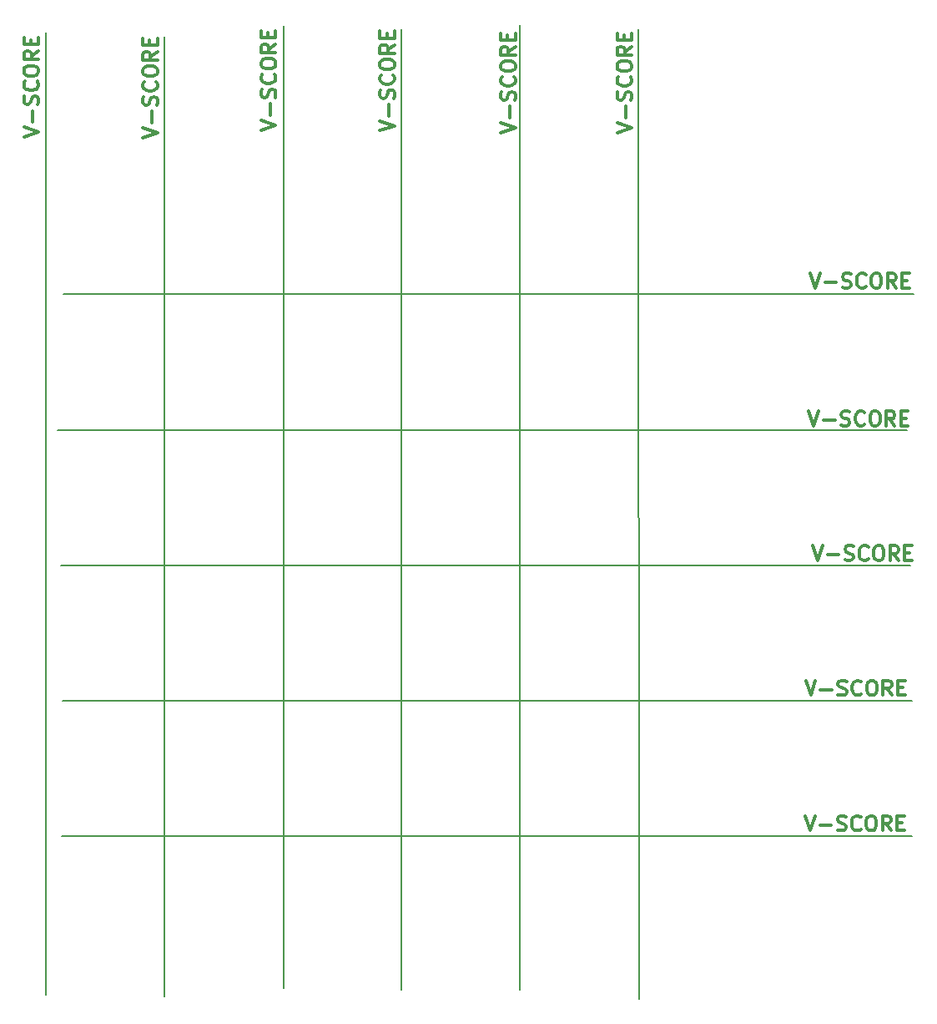
<source format=gbr>
G04 #@! TF.GenerationSoftware,KiCad,Pcbnew,5.0.2-bee76a0~70~ubuntu18.04.1*
G04 #@! TF.CreationDate,2019-05-10T19:14:11+02:00*
G04 #@! TF.ProjectId,spi_connector_board_micromatch_only_5x5_panel,7370695f-636f-46e6-9e65-63746f725f62,rev?*
G04 #@! TF.SameCoordinates,Original*
G04 #@! TF.FileFunction,Other,Comment*
%FSLAX46Y46*%
G04 Gerber Fmt 4.6, Leading zero omitted, Abs format (unit mm)*
G04 Created by KiCad (PCBNEW 5.0.2-bee76a0~70~ubuntu18.04.1) date Fr 10 Mai 2019 19:14:11 CEST*
%MOMM*%
%LPD*%
G01*
G04 APERTURE LIST*
%ADD10C,0.300000*%
%ADD11C,0.200000*%
G04 APERTURE END LIST*
D10*
X167104857Y-139767571D02*
X167604857Y-141267571D01*
X168104857Y-139767571D01*
X168604857Y-140696142D02*
X169747714Y-140696142D01*
X170390571Y-141196142D02*
X170604857Y-141267571D01*
X170962000Y-141267571D01*
X171104857Y-141196142D01*
X171176285Y-141124714D01*
X171247714Y-140981857D01*
X171247714Y-140839000D01*
X171176285Y-140696142D01*
X171104857Y-140624714D01*
X170962000Y-140553285D01*
X170676285Y-140481857D01*
X170533428Y-140410428D01*
X170462000Y-140339000D01*
X170390571Y-140196142D01*
X170390571Y-140053285D01*
X170462000Y-139910428D01*
X170533428Y-139839000D01*
X170676285Y-139767571D01*
X171033428Y-139767571D01*
X171247714Y-139839000D01*
X172747714Y-141124714D02*
X172676285Y-141196142D01*
X172462000Y-141267571D01*
X172319142Y-141267571D01*
X172104857Y-141196142D01*
X171962000Y-141053285D01*
X171890571Y-140910428D01*
X171819142Y-140624714D01*
X171819142Y-140410428D01*
X171890571Y-140124714D01*
X171962000Y-139981857D01*
X172104857Y-139839000D01*
X172319142Y-139767571D01*
X172462000Y-139767571D01*
X172676285Y-139839000D01*
X172747714Y-139910428D01*
X173676285Y-139767571D02*
X173962000Y-139767571D01*
X174104857Y-139839000D01*
X174247714Y-139981857D01*
X174319142Y-140267571D01*
X174319142Y-140767571D01*
X174247714Y-141053285D01*
X174104857Y-141196142D01*
X173962000Y-141267571D01*
X173676285Y-141267571D01*
X173533428Y-141196142D01*
X173390571Y-141053285D01*
X173319142Y-140767571D01*
X173319142Y-140267571D01*
X173390571Y-139981857D01*
X173533428Y-139839000D01*
X173676285Y-139767571D01*
X175819142Y-141267571D02*
X175319142Y-140553285D01*
X174962000Y-141267571D02*
X174962000Y-139767571D01*
X175533428Y-139767571D01*
X175676285Y-139839000D01*
X175747714Y-139910428D01*
X175819142Y-140053285D01*
X175819142Y-140267571D01*
X175747714Y-140410428D01*
X175676285Y-140481857D01*
X175533428Y-140553285D01*
X174962000Y-140553285D01*
X176462000Y-140481857D02*
X176962000Y-140481857D01*
X177176285Y-141267571D02*
X176462000Y-141267571D01*
X176462000Y-139767571D01*
X177176285Y-139767571D01*
D11*
X91694000Y-141859000D02*
X177927000Y-141859000D01*
D10*
X87824571Y-70956642D02*
X89324571Y-70456642D01*
X87824571Y-69956642D01*
X88753142Y-69456642D02*
X88753142Y-68313785D01*
X89253142Y-67670928D02*
X89324571Y-67456642D01*
X89324571Y-67099500D01*
X89253142Y-66956642D01*
X89181714Y-66885214D01*
X89038857Y-66813785D01*
X88896000Y-66813785D01*
X88753142Y-66885214D01*
X88681714Y-66956642D01*
X88610285Y-67099500D01*
X88538857Y-67385214D01*
X88467428Y-67528071D01*
X88396000Y-67599500D01*
X88253142Y-67670928D01*
X88110285Y-67670928D01*
X87967428Y-67599500D01*
X87896000Y-67528071D01*
X87824571Y-67385214D01*
X87824571Y-67028071D01*
X87896000Y-66813785D01*
X89181714Y-65313785D02*
X89253142Y-65385214D01*
X89324571Y-65599500D01*
X89324571Y-65742357D01*
X89253142Y-65956642D01*
X89110285Y-66099500D01*
X88967428Y-66170928D01*
X88681714Y-66242357D01*
X88467428Y-66242357D01*
X88181714Y-66170928D01*
X88038857Y-66099500D01*
X87896000Y-65956642D01*
X87824571Y-65742357D01*
X87824571Y-65599500D01*
X87896000Y-65385214D01*
X87967428Y-65313785D01*
X87824571Y-64385214D02*
X87824571Y-64099500D01*
X87896000Y-63956642D01*
X88038857Y-63813785D01*
X88324571Y-63742357D01*
X88824571Y-63742357D01*
X89110285Y-63813785D01*
X89253142Y-63956642D01*
X89324571Y-64099500D01*
X89324571Y-64385214D01*
X89253142Y-64528071D01*
X89110285Y-64670928D01*
X88824571Y-64742357D01*
X88324571Y-64742357D01*
X88038857Y-64670928D01*
X87896000Y-64528071D01*
X87824571Y-64385214D01*
X89324571Y-62242357D02*
X88610285Y-62742357D01*
X89324571Y-63099500D02*
X87824571Y-63099500D01*
X87824571Y-62528071D01*
X87896000Y-62385214D01*
X87967428Y-62313785D01*
X88110285Y-62242357D01*
X88324571Y-62242357D01*
X88467428Y-62313785D01*
X88538857Y-62385214D01*
X88610285Y-62528071D01*
X88610285Y-63099500D01*
X88538857Y-61599500D02*
X88538857Y-61099500D01*
X89324571Y-60885214D02*
X89324571Y-61599500D01*
X87824571Y-61599500D01*
X87824571Y-60885214D01*
X99889571Y-71020142D02*
X101389571Y-70520142D01*
X99889571Y-70020142D01*
X100818142Y-69520142D02*
X100818142Y-68377285D01*
X101318142Y-67734428D02*
X101389571Y-67520142D01*
X101389571Y-67163000D01*
X101318142Y-67020142D01*
X101246714Y-66948714D01*
X101103857Y-66877285D01*
X100961000Y-66877285D01*
X100818142Y-66948714D01*
X100746714Y-67020142D01*
X100675285Y-67163000D01*
X100603857Y-67448714D01*
X100532428Y-67591571D01*
X100461000Y-67663000D01*
X100318142Y-67734428D01*
X100175285Y-67734428D01*
X100032428Y-67663000D01*
X99961000Y-67591571D01*
X99889571Y-67448714D01*
X99889571Y-67091571D01*
X99961000Y-66877285D01*
X101246714Y-65377285D02*
X101318142Y-65448714D01*
X101389571Y-65663000D01*
X101389571Y-65805857D01*
X101318142Y-66020142D01*
X101175285Y-66163000D01*
X101032428Y-66234428D01*
X100746714Y-66305857D01*
X100532428Y-66305857D01*
X100246714Y-66234428D01*
X100103857Y-66163000D01*
X99961000Y-66020142D01*
X99889571Y-65805857D01*
X99889571Y-65663000D01*
X99961000Y-65448714D01*
X100032428Y-65377285D01*
X99889571Y-64448714D02*
X99889571Y-64163000D01*
X99961000Y-64020142D01*
X100103857Y-63877285D01*
X100389571Y-63805857D01*
X100889571Y-63805857D01*
X101175285Y-63877285D01*
X101318142Y-64020142D01*
X101389571Y-64163000D01*
X101389571Y-64448714D01*
X101318142Y-64591571D01*
X101175285Y-64734428D01*
X100889571Y-64805857D01*
X100389571Y-64805857D01*
X100103857Y-64734428D01*
X99961000Y-64591571D01*
X99889571Y-64448714D01*
X101389571Y-62305857D02*
X100675285Y-62805857D01*
X101389571Y-63163000D02*
X99889571Y-63163000D01*
X99889571Y-62591571D01*
X99961000Y-62448714D01*
X100032428Y-62377285D01*
X100175285Y-62305857D01*
X100389571Y-62305857D01*
X100532428Y-62377285D01*
X100603857Y-62448714D01*
X100675285Y-62591571D01*
X100675285Y-63163000D01*
X100603857Y-61663000D02*
X100603857Y-61163000D01*
X101389571Y-60948714D02*
X101389571Y-61663000D01*
X99889571Y-61663000D01*
X99889571Y-60948714D01*
D11*
X102108000Y-158115000D02*
X102108000Y-60769500D01*
X90106500Y-157924500D02*
X90106500Y-60388500D01*
D10*
X167168357Y-126051571D02*
X167668357Y-127551571D01*
X168168357Y-126051571D01*
X168668357Y-126980142D02*
X169811214Y-126980142D01*
X170454071Y-127480142D02*
X170668357Y-127551571D01*
X171025500Y-127551571D01*
X171168357Y-127480142D01*
X171239785Y-127408714D01*
X171311214Y-127265857D01*
X171311214Y-127123000D01*
X171239785Y-126980142D01*
X171168357Y-126908714D01*
X171025500Y-126837285D01*
X170739785Y-126765857D01*
X170596928Y-126694428D01*
X170525500Y-126623000D01*
X170454071Y-126480142D01*
X170454071Y-126337285D01*
X170525500Y-126194428D01*
X170596928Y-126123000D01*
X170739785Y-126051571D01*
X171096928Y-126051571D01*
X171311214Y-126123000D01*
X172811214Y-127408714D02*
X172739785Y-127480142D01*
X172525500Y-127551571D01*
X172382642Y-127551571D01*
X172168357Y-127480142D01*
X172025500Y-127337285D01*
X171954071Y-127194428D01*
X171882642Y-126908714D01*
X171882642Y-126694428D01*
X171954071Y-126408714D01*
X172025500Y-126265857D01*
X172168357Y-126123000D01*
X172382642Y-126051571D01*
X172525500Y-126051571D01*
X172739785Y-126123000D01*
X172811214Y-126194428D01*
X173739785Y-126051571D02*
X174025500Y-126051571D01*
X174168357Y-126123000D01*
X174311214Y-126265857D01*
X174382642Y-126551571D01*
X174382642Y-127051571D01*
X174311214Y-127337285D01*
X174168357Y-127480142D01*
X174025500Y-127551571D01*
X173739785Y-127551571D01*
X173596928Y-127480142D01*
X173454071Y-127337285D01*
X173382642Y-127051571D01*
X173382642Y-126551571D01*
X173454071Y-126265857D01*
X173596928Y-126123000D01*
X173739785Y-126051571D01*
X175882642Y-127551571D02*
X175382642Y-126837285D01*
X175025500Y-127551571D02*
X175025500Y-126051571D01*
X175596928Y-126051571D01*
X175739785Y-126123000D01*
X175811214Y-126194428D01*
X175882642Y-126337285D01*
X175882642Y-126551571D01*
X175811214Y-126694428D01*
X175739785Y-126765857D01*
X175596928Y-126837285D01*
X175025500Y-126837285D01*
X176525500Y-126765857D02*
X177025500Y-126765857D01*
X177239785Y-127551571D02*
X176525500Y-127551571D01*
X176525500Y-126051571D01*
X177239785Y-126051571D01*
X167866857Y-112399071D02*
X168366857Y-113899071D01*
X168866857Y-112399071D01*
X169366857Y-113327642D02*
X170509714Y-113327642D01*
X171152571Y-113827642D02*
X171366857Y-113899071D01*
X171724000Y-113899071D01*
X171866857Y-113827642D01*
X171938285Y-113756214D01*
X172009714Y-113613357D01*
X172009714Y-113470500D01*
X171938285Y-113327642D01*
X171866857Y-113256214D01*
X171724000Y-113184785D01*
X171438285Y-113113357D01*
X171295428Y-113041928D01*
X171224000Y-112970500D01*
X171152571Y-112827642D01*
X171152571Y-112684785D01*
X171224000Y-112541928D01*
X171295428Y-112470500D01*
X171438285Y-112399071D01*
X171795428Y-112399071D01*
X172009714Y-112470500D01*
X173509714Y-113756214D02*
X173438285Y-113827642D01*
X173224000Y-113899071D01*
X173081142Y-113899071D01*
X172866857Y-113827642D01*
X172724000Y-113684785D01*
X172652571Y-113541928D01*
X172581142Y-113256214D01*
X172581142Y-113041928D01*
X172652571Y-112756214D01*
X172724000Y-112613357D01*
X172866857Y-112470500D01*
X173081142Y-112399071D01*
X173224000Y-112399071D01*
X173438285Y-112470500D01*
X173509714Y-112541928D01*
X174438285Y-112399071D02*
X174724000Y-112399071D01*
X174866857Y-112470500D01*
X175009714Y-112613357D01*
X175081142Y-112899071D01*
X175081142Y-113399071D01*
X175009714Y-113684785D01*
X174866857Y-113827642D01*
X174724000Y-113899071D01*
X174438285Y-113899071D01*
X174295428Y-113827642D01*
X174152571Y-113684785D01*
X174081142Y-113399071D01*
X174081142Y-112899071D01*
X174152571Y-112613357D01*
X174295428Y-112470500D01*
X174438285Y-112399071D01*
X176581142Y-113899071D02*
X176081142Y-113184785D01*
X175724000Y-113899071D02*
X175724000Y-112399071D01*
X176295428Y-112399071D01*
X176438285Y-112470500D01*
X176509714Y-112541928D01*
X176581142Y-112684785D01*
X176581142Y-112899071D01*
X176509714Y-113041928D01*
X176438285Y-113113357D01*
X176295428Y-113184785D01*
X175724000Y-113184785D01*
X177224000Y-113113357D02*
X177724000Y-113113357D01*
X177938285Y-113899071D02*
X177224000Y-113899071D01*
X177224000Y-112399071D01*
X177938285Y-112399071D01*
X167485857Y-98746571D02*
X167985857Y-100246571D01*
X168485857Y-98746571D01*
X168985857Y-99675142D02*
X170128714Y-99675142D01*
X170771571Y-100175142D02*
X170985857Y-100246571D01*
X171343000Y-100246571D01*
X171485857Y-100175142D01*
X171557285Y-100103714D01*
X171628714Y-99960857D01*
X171628714Y-99818000D01*
X171557285Y-99675142D01*
X171485857Y-99603714D01*
X171343000Y-99532285D01*
X171057285Y-99460857D01*
X170914428Y-99389428D01*
X170843000Y-99318000D01*
X170771571Y-99175142D01*
X170771571Y-99032285D01*
X170843000Y-98889428D01*
X170914428Y-98818000D01*
X171057285Y-98746571D01*
X171414428Y-98746571D01*
X171628714Y-98818000D01*
X173128714Y-100103714D02*
X173057285Y-100175142D01*
X172843000Y-100246571D01*
X172700142Y-100246571D01*
X172485857Y-100175142D01*
X172343000Y-100032285D01*
X172271571Y-99889428D01*
X172200142Y-99603714D01*
X172200142Y-99389428D01*
X172271571Y-99103714D01*
X172343000Y-98960857D01*
X172485857Y-98818000D01*
X172700142Y-98746571D01*
X172843000Y-98746571D01*
X173057285Y-98818000D01*
X173128714Y-98889428D01*
X174057285Y-98746571D02*
X174343000Y-98746571D01*
X174485857Y-98818000D01*
X174628714Y-98960857D01*
X174700142Y-99246571D01*
X174700142Y-99746571D01*
X174628714Y-100032285D01*
X174485857Y-100175142D01*
X174343000Y-100246571D01*
X174057285Y-100246571D01*
X173914428Y-100175142D01*
X173771571Y-100032285D01*
X173700142Y-99746571D01*
X173700142Y-99246571D01*
X173771571Y-98960857D01*
X173914428Y-98818000D01*
X174057285Y-98746571D01*
X176200142Y-100246571D02*
X175700142Y-99532285D01*
X175343000Y-100246571D02*
X175343000Y-98746571D01*
X175914428Y-98746571D01*
X176057285Y-98818000D01*
X176128714Y-98889428D01*
X176200142Y-99032285D01*
X176200142Y-99246571D01*
X176128714Y-99389428D01*
X176057285Y-99460857D01*
X175914428Y-99532285D01*
X175343000Y-99532285D01*
X176843000Y-99460857D02*
X177343000Y-99460857D01*
X177557285Y-100246571D02*
X176843000Y-100246571D01*
X176843000Y-98746571D01*
X177557285Y-98746571D01*
X167612857Y-84776571D02*
X168112857Y-86276571D01*
X168612857Y-84776571D01*
X169112857Y-85705142D02*
X170255714Y-85705142D01*
X170898571Y-86205142D02*
X171112857Y-86276571D01*
X171470000Y-86276571D01*
X171612857Y-86205142D01*
X171684285Y-86133714D01*
X171755714Y-85990857D01*
X171755714Y-85848000D01*
X171684285Y-85705142D01*
X171612857Y-85633714D01*
X171470000Y-85562285D01*
X171184285Y-85490857D01*
X171041428Y-85419428D01*
X170970000Y-85348000D01*
X170898571Y-85205142D01*
X170898571Y-85062285D01*
X170970000Y-84919428D01*
X171041428Y-84848000D01*
X171184285Y-84776571D01*
X171541428Y-84776571D01*
X171755714Y-84848000D01*
X173255714Y-86133714D02*
X173184285Y-86205142D01*
X172970000Y-86276571D01*
X172827142Y-86276571D01*
X172612857Y-86205142D01*
X172470000Y-86062285D01*
X172398571Y-85919428D01*
X172327142Y-85633714D01*
X172327142Y-85419428D01*
X172398571Y-85133714D01*
X172470000Y-84990857D01*
X172612857Y-84848000D01*
X172827142Y-84776571D01*
X172970000Y-84776571D01*
X173184285Y-84848000D01*
X173255714Y-84919428D01*
X174184285Y-84776571D02*
X174470000Y-84776571D01*
X174612857Y-84848000D01*
X174755714Y-84990857D01*
X174827142Y-85276571D01*
X174827142Y-85776571D01*
X174755714Y-86062285D01*
X174612857Y-86205142D01*
X174470000Y-86276571D01*
X174184285Y-86276571D01*
X174041428Y-86205142D01*
X173898571Y-86062285D01*
X173827142Y-85776571D01*
X173827142Y-85276571D01*
X173898571Y-84990857D01*
X174041428Y-84848000D01*
X174184285Y-84776571D01*
X176327142Y-86276571D02*
X175827142Y-85562285D01*
X175470000Y-86276571D02*
X175470000Y-84776571D01*
X176041428Y-84776571D01*
X176184285Y-84848000D01*
X176255714Y-84919428D01*
X176327142Y-85062285D01*
X176327142Y-85276571D01*
X176255714Y-85419428D01*
X176184285Y-85490857D01*
X176041428Y-85562285D01*
X175470000Y-85562285D01*
X176970000Y-85490857D02*
X177470000Y-85490857D01*
X177684285Y-86276571D02*
X176970000Y-86276571D01*
X176970000Y-84776571D01*
X177684285Y-84776571D01*
X148022571Y-70512142D02*
X149522571Y-70012142D01*
X148022571Y-69512142D01*
X148951142Y-69012142D02*
X148951142Y-67869285D01*
X149451142Y-67226428D02*
X149522571Y-67012142D01*
X149522571Y-66655000D01*
X149451142Y-66512142D01*
X149379714Y-66440714D01*
X149236857Y-66369285D01*
X149094000Y-66369285D01*
X148951142Y-66440714D01*
X148879714Y-66512142D01*
X148808285Y-66655000D01*
X148736857Y-66940714D01*
X148665428Y-67083571D01*
X148594000Y-67155000D01*
X148451142Y-67226428D01*
X148308285Y-67226428D01*
X148165428Y-67155000D01*
X148094000Y-67083571D01*
X148022571Y-66940714D01*
X148022571Y-66583571D01*
X148094000Y-66369285D01*
X149379714Y-64869285D02*
X149451142Y-64940714D01*
X149522571Y-65155000D01*
X149522571Y-65297857D01*
X149451142Y-65512142D01*
X149308285Y-65655000D01*
X149165428Y-65726428D01*
X148879714Y-65797857D01*
X148665428Y-65797857D01*
X148379714Y-65726428D01*
X148236857Y-65655000D01*
X148094000Y-65512142D01*
X148022571Y-65297857D01*
X148022571Y-65155000D01*
X148094000Y-64940714D01*
X148165428Y-64869285D01*
X148022571Y-63940714D02*
X148022571Y-63655000D01*
X148094000Y-63512142D01*
X148236857Y-63369285D01*
X148522571Y-63297857D01*
X149022571Y-63297857D01*
X149308285Y-63369285D01*
X149451142Y-63512142D01*
X149522571Y-63655000D01*
X149522571Y-63940714D01*
X149451142Y-64083571D01*
X149308285Y-64226428D01*
X149022571Y-64297857D01*
X148522571Y-64297857D01*
X148236857Y-64226428D01*
X148094000Y-64083571D01*
X148022571Y-63940714D01*
X149522571Y-61797857D02*
X148808285Y-62297857D01*
X149522571Y-62655000D02*
X148022571Y-62655000D01*
X148022571Y-62083571D01*
X148094000Y-61940714D01*
X148165428Y-61869285D01*
X148308285Y-61797857D01*
X148522571Y-61797857D01*
X148665428Y-61869285D01*
X148736857Y-61940714D01*
X148808285Y-62083571D01*
X148808285Y-62655000D01*
X148736857Y-61155000D02*
X148736857Y-60655000D01*
X149522571Y-60440714D02*
X149522571Y-61155000D01*
X148022571Y-61155000D01*
X148022571Y-60440714D01*
X136211571Y-70512142D02*
X137711571Y-70012142D01*
X136211571Y-69512142D01*
X137140142Y-69012142D02*
X137140142Y-67869285D01*
X137640142Y-67226428D02*
X137711571Y-67012142D01*
X137711571Y-66655000D01*
X137640142Y-66512142D01*
X137568714Y-66440714D01*
X137425857Y-66369285D01*
X137283000Y-66369285D01*
X137140142Y-66440714D01*
X137068714Y-66512142D01*
X136997285Y-66655000D01*
X136925857Y-66940714D01*
X136854428Y-67083571D01*
X136783000Y-67155000D01*
X136640142Y-67226428D01*
X136497285Y-67226428D01*
X136354428Y-67155000D01*
X136283000Y-67083571D01*
X136211571Y-66940714D01*
X136211571Y-66583571D01*
X136283000Y-66369285D01*
X137568714Y-64869285D02*
X137640142Y-64940714D01*
X137711571Y-65155000D01*
X137711571Y-65297857D01*
X137640142Y-65512142D01*
X137497285Y-65655000D01*
X137354428Y-65726428D01*
X137068714Y-65797857D01*
X136854428Y-65797857D01*
X136568714Y-65726428D01*
X136425857Y-65655000D01*
X136283000Y-65512142D01*
X136211571Y-65297857D01*
X136211571Y-65155000D01*
X136283000Y-64940714D01*
X136354428Y-64869285D01*
X136211571Y-63940714D02*
X136211571Y-63655000D01*
X136283000Y-63512142D01*
X136425857Y-63369285D01*
X136711571Y-63297857D01*
X137211571Y-63297857D01*
X137497285Y-63369285D01*
X137640142Y-63512142D01*
X137711571Y-63655000D01*
X137711571Y-63940714D01*
X137640142Y-64083571D01*
X137497285Y-64226428D01*
X137211571Y-64297857D01*
X136711571Y-64297857D01*
X136425857Y-64226428D01*
X136283000Y-64083571D01*
X136211571Y-63940714D01*
X137711571Y-61797857D02*
X136997285Y-62297857D01*
X137711571Y-62655000D02*
X136211571Y-62655000D01*
X136211571Y-62083571D01*
X136283000Y-61940714D01*
X136354428Y-61869285D01*
X136497285Y-61797857D01*
X136711571Y-61797857D01*
X136854428Y-61869285D01*
X136925857Y-61940714D01*
X136997285Y-62083571D01*
X136997285Y-62655000D01*
X136925857Y-61155000D02*
X136925857Y-60655000D01*
X137711571Y-60440714D02*
X137711571Y-61155000D01*
X136211571Y-61155000D01*
X136211571Y-60440714D01*
X123956071Y-70321642D02*
X125456071Y-69821642D01*
X123956071Y-69321642D01*
X124884642Y-68821642D02*
X124884642Y-67678785D01*
X125384642Y-67035928D02*
X125456071Y-66821642D01*
X125456071Y-66464500D01*
X125384642Y-66321642D01*
X125313214Y-66250214D01*
X125170357Y-66178785D01*
X125027500Y-66178785D01*
X124884642Y-66250214D01*
X124813214Y-66321642D01*
X124741785Y-66464500D01*
X124670357Y-66750214D01*
X124598928Y-66893071D01*
X124527500Y-66964500D01*
X124384642Y-67035928D01*
X124241785Y-67035928D01*
X124098928Y-66964500D01*
X124027500Y-66893071D01*
X123956071Y-66750214D01*
X123956071Y-66393071D01*
X124027500Y-66178785D01*
X125313214Y-64678785D02*
X125384642Y-64750214D01*
X125456071Y-64964500D01*
X125456071Y-65107357D01*
X125384642Y-65321642D01*
X125241785Y-65464500D01*
X125098928Y-65535928D01*
X124813214Y-65607357D01*
X124598928Y-65607357D01*
X124313214Y-65535928D01*
X124170357Y-65464500D01*
X124027500Y-65321642D01*
X123956071Y-65107357D01*
X123956071Y-64964500D01*
X124027500Y-64750214D01*
X124098928Y-64678785D01*
X123956071Y-63750214D02*
X123956071Y-63464500D01*
X124027500Y-63321642D01*
X124170357Y-63178785D01*
X124456071Y-63107357D01*
X124956071Y-63107357D01*
X125241785Y-63178785D01*
X125384642Y-63321642D01*
X125456071Y-63464500D01*
X125456071Y-63750214D01*
X125384642Y-63893071D01*
X125241785Y-64035928D01*
X124956071Y-64107357D01*
X124456071Y-64107357D01*
X124170357Y-64035928D01*
X124027500Y-63893071D01*
X123956071Y-63750214D01*
X125456071Y-61607357D02*
X124741785Y-62107357D01*
X125456071Y-62464500D02*
X123956071Y-62464500D01*
X123956071Y-61893071D01*
X124027500Y-61750214D01*
X124098928Y-61678785D01*
X124241785Y-61607357D01*
X124456071Y-61607357D01*
X124598928Y-61678785D01*
X124670357Y-61750214D01*
X124741785Y-61893071D01*
X124741785Y-62464500D01*
X124670357Y-60964500D02*
X124670357Y-60464500D01*
X125456071Y-60250214D02*
X125456071Y-60964500D01*
X123956071Y-60964500D01*
X123956071Y-60250214D01*
D11*
X150241000Y-158305500D02*
X150177500Y-60071000D01*
X138176000Y-157416500D02*
X138176000Y-59626500D01*
X126174500Y-157416500D02*
X126174500Y-60071000D01*
D10*
X111891071Y-70258142D02*
X113391071Y-69758142D01*
X111891071Y-69258142D01*
X112819642Y-68758142D02*
X112819642Y-67615285D01*
X113319642Y-66972428D02*
X113391071Y-66758142D01*
X113391071Y-66401000D01*
X113319642Y-66258142D01*
X113248214Y-66186714D01*
X113105357Y-66115285D01*
X112962500Y-66115285D01*
X112819642Y-66186714D01*
X112748214Y-66258142D01*
X112676785Y-66401000D01*
X112605357Y-66686714D01*
X112533928Y-66829571D01*
X112462500Y-66901000D01*
X112319642Y-66972428D01*
X112176785Y-66972428D01*
X112033928Y-66901000D01*
X111962500Y-66829571D01*
X111891071Y-66686714D01*
X111891071Y-66329571D01*
X111962500Y-66115285D01*
X113248214Y-64615285D02*
X113319642Y-64686714D01*
X113391071Y-64901000D01*
X113391071Y-65043857D01*
X113319642Y-65258142D01*
X113176785Y-65401000D01*
X113033928Y-65472428D01*
X112748214Y-65543857D01*
X112533928Y-65543857D01*
X112248214Y-65472428D01*
X112105357Y-65401000D01*
X111962500Y-65258142D01*
X111891071Y-65043857D01*
X111891071Y-64901000D01*
X111962500Y-64686714D01*
X112033928Y-64615285D01*
X111891071Y-63686714D02*
X111891071Y-63401000D01*
X111962500Y-63258142D01*
X112105357Y-63115285D01*
X112391071Y-63043857D01*
X112891071Y-63043857D01*
X113176785Y-63115285D01*
X113319642Y-63258142D01*
X113391071Y-63401000D01*
X113391071Y-63686714D01*
X113319642Y-63829571D01*
X113176785Y-63972428D01*
X112891071Y-64043857D01*
X112391071Y-64043857D01*
X112105357Y-63972428D01*
X111962500Y-63829571D01*
X111891071Y-63686714D01*
X113391071Y-61543857D02*
X112676785Y-62043857D01*
X113391071Y-62401000D02*
X111891071Y-62401000D01*
X111891071Y-61829571D01*
X111962500Y-61686714D01*
X112033928Y-61615285D01*
X112176785Y-61543857D01*
X112391071Y-61543857D01*
X112533928Y-61615285D01*
X112605357Y-61686714D01*
X112676785Y-61829571D01*
X112676785Y-62401000D01*
X112605357Y-60901000D02*
X112605357Y-60401000D01*
X113391071Y-60186714D02*
X113391071Y-60901000D01*
X111891071Y-60901000D01*
X111891071Y-60186714D01*
D11*
X114173000Y-157226000D02*
X114173000Y-59690000D01*
X91757500Y-128143000D02*
X177990500Y-128143000D01*
X91567000Y-114427000D02*
X177800000Y-114427000D01*
X91249500Y-100711000D02*
X177482500Y-100711000D01*
X91884500Y-86868000D02*
X178117500Y-86868000D01*
M02*

</source>
